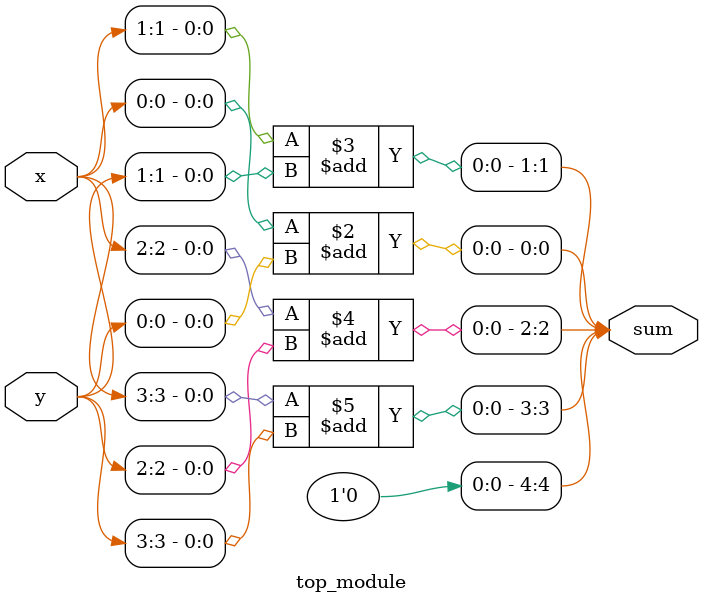
<source format=sv>
module top_module (
	input [3:0] x,
	input [3:0] y,
	output reg [4:0] sum
);

	always @(*)
	begin
		sum[0] = x[0] + y[0];
		sum[1] = x[1] + y[1];
		sum[2] = x[2] + y[2];
		sum[3] = x[3] + y[3];
		sum[4] = 0; // Carry bit
	end

endmodule

</source>
